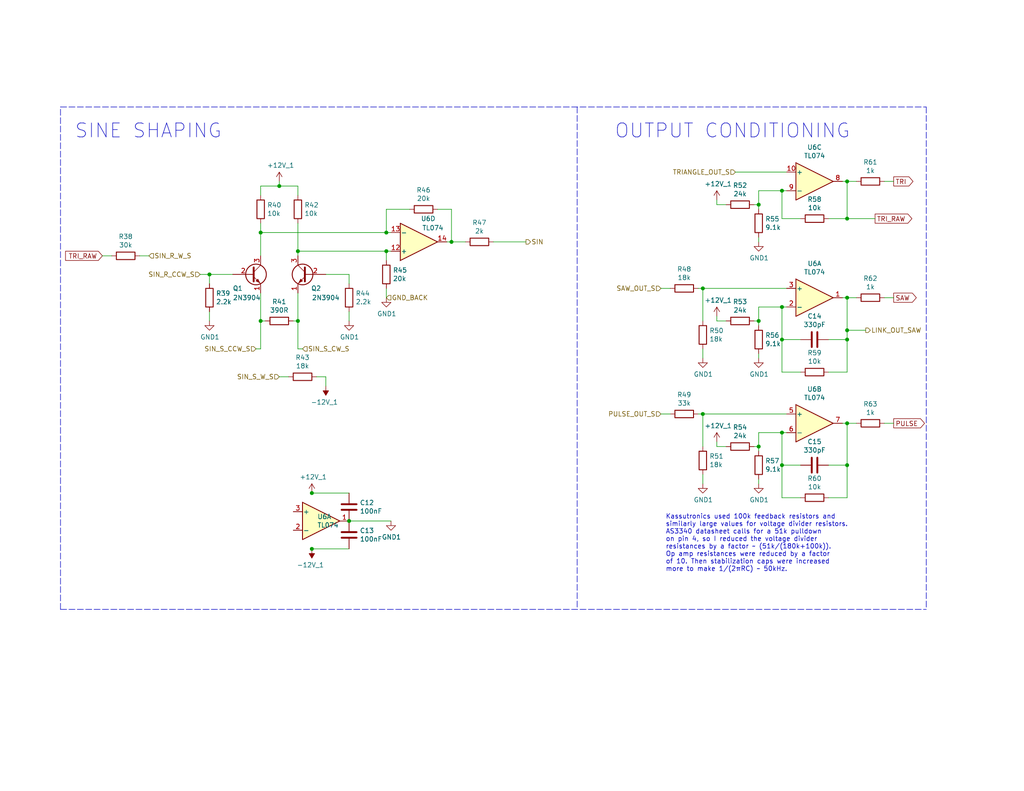
<source format=kicad_sch>
(kicad_sch (version 20211123) (generator eeschema)
  (paper "USLetter")
  (title_block (title "Hero VCO") (date "2021-11-16") (company "Rich Holmes / Analog Output") (comment 1 "or neighboring rights to this work. Published from United States.") (comment 2 "To the extent possible under law, Richard Holmes has waived all copyright and related ") (comment 3 "Based mainly on Kassutronics VCO 3340"))
  (lib_symbols
    (symbol "Amplifier_Operational:TL074" (pin_names (offset 0.127))
      (property "Reference" "U" (at 0 5.08 0))
      (property "Value" "TL074" (at 0 -5.08 0))
      (symbol "TL074_1_1"
        (polyline (pts (xy -5.08 5.08) (xy 5.08 0) (xy -5.08 -5.08) (xy -5.08 5.08)) (stroke (width 0.254)) (fill (type background)))
        (pin output line (at 7.62 0 180) (length 2.54) (name "~") (number "1"))
        (pin input line (at -7.62 -2.54 0) (length 2.54) (name "-") (number "2"))
        (pin input line (at -7.62 2.54 0) (length 2.54) (name "+") (number "3"))
      )
      (symbol "TL074_2_1"
        (polyline (pts (xy -5.08 5.08) (xy 5.08 0) (xy -5.08 -5.08) (xy -5.08 5.08)) (stroke (width 0.254)) (fill (type background)))
        (pin input line (at -7.62 2.54 0) (length 2.54) (name "+") (number "5"))
        (pin input line (at -7.62 -2.54 0) (length 2.54) (name "-") (number "6"))
        (pin output line (at 7.62 0 180) (length 2.54) (name "~") (number "7"))
      )
      (symbol "TL074_3_1"
        (polyline (pts (xy -5.08 5.08) (xy 5.08 0) (xy -5.08 -5.08) (xy -5.08 5.08)) (stroke (width 0.254)) (fill (type background)))
        (pin input line (at -7.62 2.54 0) (length 2.54) (name "+") (number "10"))
        (pin output line (at 7.62 0 180) (length 2.54) (name "~") (number "8"))
        (pin input line (at -7.62 -2.54 0) (length 2.54) (name "-") (number "9"))
      )
      (symbol "TL074_4_1"
        (polyline (pts (xy -5.08 5.08) (xy 5.08 0) (xy -5.08 -5.08) (xy -5.08 5.08)) (stroke (width 0.254)) (fill (type background)))
        (pin input line (at -7.62 2.54 0) (length 2.54) (name "+") (number "12"))
        (pin input line (at -7.62 -2.54 0) (length 2.54) (name "-") (number "13"))
        (pin output line (at 7.62 0 180) (length 2.54) (name "~") (number "14"))
      )
      (symbol "TL074_5_1"
        (pin power_in line (at -2.54 -7.62 90) (length 3.81) (name "V-") (number "11"))
        (pin power_in line (at -2.54 7.62 270) (length 3.81) (name "V+") (number "4"))
      )
    )
    (symbol "Device:R" (pin_numbers hide) (pin_names (offset 0))
      (property "Reference" "R" (at 2.032 0 90))
      (property "Value" "R" (at 0 0 90))
      (symbol "R_0_1"
        (rectangle (start -1.016 -2.54) (end 1.016 2.54) (stroke (width 0.254)))
      )
      (symbol "R_1_1"
        (pin passive line (at 0 3.81 270) (length 1.27) (name "~") (number "1"))
        (pin passive line (at 0 -3.81 90) (length 1.27) (name "~") (number "2"))
      )
    )
    (symbol "ao_symbols:+12V_1" (power) (pin_names (offset 0))
      (property "Value" "+12V_1" (at 0 3.556 0))
      (symbol "+12V_1_0_1"
        (polyline (pts (xy -0.762 1.27) (xy 0 2.54)))
        (polyline (pts (xy 0 0) (xy 0 2.54)))
        (polyline (pts (xy 0 2.54) (xy 0.762 1.27)))
      )
      (symbol "+12V_1_1_1"
        (pin power_in line (at 0 0 90) (length 0) hide (name "+12V_1") (number "1"))
      )
    )
    (symbol "ao_symbols:-12V_1" (power) (pin_names (offset 0))
      (property "Value" "-12V_1" (at 0 3.81 0))
      (symbol "-12V_1_0_0"
        (pin power_in line (at 0 0 90) (length 0) hide (name "-12V_1") (number "1"))
      )
      (symbol "-12V_1_0_1"
        (polyline (pts (xy 0 0) (xy 0 1.27) (xy 0.762 1.27) (xy 0 2.54) (xy -0.762 1.27) (xy 0 1.27)) (fill (type outline)))
      )
    )
    (symbol "ao_symbols:2N3904" (pin_names (offset 0) hide)
      (property "Reference" "Q" (at 5.08 1.905 0))
      (property "Value" "2N3904" (at 5.08 0 0))
      (symbol "2N3904_0_1"
        (polyline (pts (xy 0.635 0.635) (xy 2.54 2.54)))
        (polyline (pts (xy 0.635 -0.635) (xy 2.54 -2.54) (xy 2.54 -2.54)))
        (polyline (pts (xy 0.635 1.905) (xy 0.635 -1.905) (xy 0.635 -1.905)) (stroke (width 0.508)))
        (polyline (pts (xy 1.27 -1.778) (xy 1.778 -1.27) (xy 2.286 -2.286) (xy 1.27 -1.778) (xy 1.27 -1.778)) (fill (type outline)))
        (circle (center 1.27 0) (radius 2.8194) (stroke (width 0.254)))
      )
      (symbol "2N3904_1_1"
        (pin passive line (at 2.54 -5.08 90) (length 2.54) (name "E") (number "1"))
        (pin passive line (at -5.08 0 0) (length 5.715) (name "B") (number "2"))
        (pin passive line (at 2.54 5.08 270) (length 2.54) (name "C") (number "3"))
      )
    )
    (symbol "ao_symbols:C" (pin_numbers hide) (pin_names (offset 0.254))
      (property "Reference" "C" (at 0.635 2.54 0))
      (property "Value" "C" (at 0.635 -2.54 0))
      (symbol "C_0_1"
        (polyline (pts (xy -2.032 -0.762) (xy 2.032 -0.762)) (stroke (width 0.508)))
        (polyline (pts (xy -2.032 0.762) (xy 2.032 0.762)) (stroke (width 0.508)))
      )
      (symbol "C_1_1"
        (pin passive line (at 0 3.81 270) (length 2.794) (name "~") (number "1"))
        (pin passive line (at 0 -3.81 90) (length 2.794) (name "~") (number "2"))
      )
    )
    (symbol "ao_symbols:R" (pin_numbers hide) (pin_names (offset 0))
      (property "Reference" "R" (at 2.032 0 90))
      (property "Value" "R" (at 0 0 90))
      (symbol "R_0_1"
        (rectangle (start -1.016 -2.54) (end 1.016 2.54) (stroke (width 0.254)))
      )
      (symbol "R_1_1"
        (pin passive line (at 0 3.81 270) (length 1.27) (name "~") (number "1"))
        (pin passive line (at 0 -3.81 90) (length 1.27) (name "~") (number "2"))
      )
    )
    (symbol "power:GND1" (power) (pin_names (offset 0))
      (property "Value" "GND1" (at 0 -3.81 0))
      (symbol "GND1_0_1"
        (polyline (pts (xy 0 0) (xy 0 -1.27) (xy 1.27 -1.27) (xy 0 -2.54) (xy -1.27 -1.27) (xy 0 -1.27)))
      )
      (symbol "GND1_1_1"
        (pin power_in line (at 0 0 270) (length 0) hide (name "GND1") (number "1"))
      )
    )
  )
  (junction (at 213.36 92.71))
  (junction (at 213.36 118.11))
  (junction (at 231.14 115.57))
  (junction (at 231.14 90.17))
  (junction (at 81.28 87.63))
  (junction (at 231.14 127))
  (junction (at 231.14 49.53))
  (junction (at 191.77 113.03))
  (junction (at 207.01 121.92))
  (junction (at 213.36 127))
  (junction (at 85.09 149.86))
  (junction (at 57.15 74.93))
  (junction (at 71.12 63.5))
  (junction (at 81.28 68.58))
  (junction (at 231.14 92.71))
  (junction (at 105.41 68.58))
  (junction (at 231.14 59.69))
  (junction (at 213.36 52.07))
  (junction (at 207.01 55.88))
  (junction (at 231.14 81.28))
  (junction (at 85.09 134.62))
  (junction (at 207.01 87.63))
  (junction (at 191.77 78.74))
  (junction (at 71.12 87.63))
  (junction (at 76.2 50.8))
  (junction (at 213.36 83.82))
  (junction (at 95.25 142.24))
  (junction (at 105.41 63.5))
  (junction (at 123.19 66.04))
  (wire (pts (xy 231.14 49.53) (xy 229.87 49.53)))
  (wire (pts (xy 207.01 83.82) (xy 213.36 83.82)))
  (wire (pts (xy 213.36 135.89) (xy 213.36 127)))
  (wire (pts (xy 191.77 121.92) (xy 191.77 113.03)))
  (wire (pts (xy 207.01 64.77) (xy 207.01 66.04)))
  (wire (pts (xy 106.68 142.24) (xy 95.25 142.24)))
  (wire (pts (xy 213.36 118.11) (xy 214.63 118.11)))
  (wire (pts (xy 119.38 57.15) (xy 123.19 57.15)))
  (wire (pts (xy 205.74 121.92) (xy 207.01 121.92)))
  (wire (pts (xy 229.87 81.28) (xy 231.14 81.28)))
  (wire (pts (xy 123.19 57.15) (xy 123.19 66.04)))
  (wire (pts (xy 190.5 78.74) (xy 191.77 78.74)))
  (wire (pts (xy 105.41 78.74) (xy 105.41 81.28)))
  (wire (pts (xy 54.61 74.93) (xy 57.15 74.93)))
  (wire (pts (xy 213.36 101.6) (xy 213.36 92.71)))
  (polyline (pts (xy 157.48 29.21) (xy 157.48 166.37)))
  (wire (pts (xy 213.36 59.69) (xy 218.44 59.69)))
  (wire (pts (xy 123.19 66.04) (xy 121.92 66.04)))
  (wire (pts (xy 88.9 74.93) (xy 95.25 74.93)))
  (polyline (pts (xy 252.73 29.21) (xy 252.73 166.37)))
  (wire (pts (xy 231.14 81.28) (xy 231.14 90.17)))
  (wire (pts (xy 207.01 57.15) (xy 207.01 55.88)))
  (wire (pts (xy 231.14 127) (xy 231.14 135.89)))
  (wire (pts (xy 71.12 63.5) (xy 71.12 60.96)))
  (wire (pts (xy 81.28 69.85) (xy 81.28 68.58)))
  (wire (pts (xy 191.77 132.08) (xy 191.77 129.54)))
  (wire (pts (xy 82.55 95.25) (xy 81.28 95.25)))
  (wire (pts (xy 71.12 69.85) (xy 71.12 63.5)))
  (wire (pts (xy 231.14 115.57) (xy 231.14 127)))
  (wire (pts (xy 231.14 90.17) (xy 236.22 90.17)))
  (wire (pts (xy 95.25 74.93) (xy 95.25 77.47)))
  (wire (pts (xy 231.14 90.17) (xy 231.14 92.71)))
  (wire (pts (xy 57.15 74.93) (xy 57.15 77.47)))
  (wire (pts (xy 218.44 92.71) (xy 213.36 92.71)))
  (wire (pts (xy 226.06 127) (xy 231.14 127)))
  (wire (pts (xy 71.12 63.5) (xy 105.41 63.5)))
  (wire (pts (xy 191.77 87.63) (xy 191.77 78.74)))
  (wire (pts (xy 207.01 55.88) (xy 207.01 52.07)))
  (polyline (pts (xy 16.51 166.37) (xy 252.73 166.37)))
  (wire (pts (xy 213.36 83.82) (xy 214.63 83.82)))
  (wire (pts (xy 231.14 115.57) (xy 229.87 115.57)))
  (wire (pts (xy 195.58 54.61) (xy 195.58 55.88)))
  (wire (pts (xy 231.14 92.71) (xy 231.14 101.6)))
  (wire (pts (xy 195.58 55.88) (xy 198.12 55.88)))
  (wire (pts (xy 195.58 120.65) (xy 195.58 121.92)))
  (wire (pts (xy 86.36 102.87) (xy 88.9 102.87)))
  (wire (pts (xy 69.85 95.25) (xy 71.12 95.25)))
  (wire (pts (xy 218.44 101.6) (xy 213.36 101.6)))
  (wire (pts (xy 57.15 85.09) (xy 57.15 87.63)))
  (wire (pts (xy 207.01 87.63) (xy 207.01 83.82)))
  (wire (pts (xy 231.14 59.69) (xy 231.14 49.53)))
  (wire (pts (xy 72.39 87.63) (xy 71.12 87.63)))
  (wire (pts (xy 111.76 57.15) (xy 105.41 57.15)))
  (wire (pts (xy 195.58 87.63) (xy 198.12 87.63)))
  (wire (pts (xy 180.34 78.74) (xy 182.88 78.74)))
  (wire (pts (xy 195.58 121.92) (xy 198.12 121.92)))
  (wire (pts (xy 81.28 53.34) (xy 81.28 50.8)))
  (wire (pts (xy 71.12 87.63) (xy 71.12 95.25)))
  (wire (pts (xy 207.01 130.81) (xy 207.01 132.08)))
  (wire (pts (xy 231.14 81.28) (xy 233.68 81.28)))
  (wire (pts (xy 134.62 66.04) (xy 143.51 66.04)))
  (wire (pts (xy 80.01 87.63) (xy 81.28 87.63)))
  (wire (pts (xy 207.01 121.92) (xy 207.01 118.11)))
  (wire (pts (xy 191.77 78.74) (xy 214.63 78.74)))
  (wire (pts (xy 207.01 52.07) (xy 213.36 52.07)))
  (wire (pts (xy 27.94 69.85) (xy 30.48 69.85)))
  (wire (pts (xy 207.01 118.11) (xy 213.36 118.11)))
  (wire (pts (xy 81.28 87.63) (xy 81.28 95.25)))
  (wire (pts (xy 190.5 113.03) (xy 191.77 113.03)))
  (wire (pts (xy 105.41 68.58) (xy 106.68 68.58)))
  (wire (pts (xy 85.09 134.62) (xy 95.25 134.62)))
  (wire (pts (xy 226.06 59.69) (xy 231.14 59.69)))
  (wire (pts (xy 205.74 87.63) (xy 207.01 87.63)))
  (wire (pts (xy 71.12 80.01) (xy 71.12 87.63)))
  (wire (pts (xy 231.14 135.89) (xy 226.06 135.89)))
  (wire (pts (xy 105.41 71.12) (xy 105.41 68.58)))
  (wire (pts (xy 226.06 92.71) (xy 231.14 92.71)))
  (wire (pts (xy 76.2 49.53) (xy 76.2 50.8)))
  (polyline (pts (xy 16.51 166.37) (xy 16.51 29.21)))
  (wire (pts (xy 81.28 50.8) (xy 76.2 50.8)))
  (wire (pts (xy 238.76 59.69) (xy 231.14 59.69)))
  (polyline (pts (xy 16.51 29.21) (xy 252.73 29.21)))
  (wire (pts (xy 241.3 49.53) (xy 243.84 49.53)))
  (wire (pts (xy 191.77 113.03) (xy 214.63 113.03)))
  (wire (pts (xy 57.15 74.93) (xy 63.5 74.93)))
  (wire (pts (xy 205.74 55.88) (xy 207.01 55.88)))
  (wire (pts (xy 95.25 85.09) (xy 95.25 87.63)))
  (wire (pts (xy 123.19 66.04) (xy 127 66.04)))
  (wire (pts (xy 81.28 80.01) (xy 81.28 87.63)))
  (wire (pts (xy 78.74 102.87) (xy 76.2 102.87)))
  (wire (pts (xy 180.34 113.03) (xy 182.88 113.03)))
  (wire (pts (xy 213.36 127) (xy 213.36 118.11)))
  (wire (pts (xy 243.84 115.57) (xy 241.3 115.57)))
  (wire (pts (xy 200.66 46.99) (xy 214.63 46.99)))
  (wire (pts (xy 71.12 50.8) (xy 76.2 50.8)))
  (wire (pts (xy 207.01 88.9) (xy 207.01 87.63)))
  (wire (pts (xy 213.36 92.71) (xy 213.36 83.82)))
  (wire (pts (xy 207.01 96.52) (xy 207.01 97.79)))
  (wire (pts (xy 81.28 68.58) (xy 105.41 68.58)))
  (wire (pts (xy 243.84 81.28) (xy 241.3 81.28)))
  (wire (pts (xy 214.63 52.07) (xy 213.36 52.07)))
  (wire (pts (xy 231.14 49.53) (xy 233.68 49.53)))
  (wire (pts (xy 71.12 53.34) (xy 71.12 50.8)))
  (wire (pts (xy 81.28 68.58) (xy 81.28 60.96)))
  (wire (pts (xy 105.41 63.5) (xy 106.68 63.5)))
  (wire (pts (xy 218.44 135.89) (xy 213.36 135.89)))
  (wire (pts (xy 207.01 123.19) (xy 207.01 121.92)))
  (wire (pts (xy 231.14 101.6) (xy 226.06 101.6)))
  (wire (pts (xy 85.09 149.86) (xy 95.25 149.86)))
  (wire (pts (xy 105.41 57.15) (xy 105.41 63.5)))
  (wire (pts (xy 233.68 115.57) (xy 231.14 115.57)))
  (wire (pts (xy 218.44 127) (xy 213.36 127)))
  (wire (pts (xy 195.58 86.36) (xy 195.58 87.63)))
  (wire (pts (xy 191.77 97.79) (xy 191.77 95.25)))
  (wire (pts (xy 88.9 102.87) (xy 88.9 105.41)))
  (wire (pts (xy 213.36 52.07) (xy 213.36 59.69)))
  (wire (pts (xy 38.1 69.85) (xy 40.64 69.85)))
  (text "OUTPUT CONDITIONING" (at 167.64 38.1 0) (effects (font (size 3.81 3.81)) (justify left bottom)))
  (text "Kassutronics used 100k feedback resistors and\nsimilarly large values for voltage divider resistors. \nAS3340 datasheet calls for a 51k pulldown \non pin 4, so I reduced the voltage divider \nresistances by a factor ~ (51k/(180k+100k)). \nOp amp resistances were reduced by a factor \nof 10. Then stabilization caps were increased \nmore to make 1/(2πRC) ~ 50kHz." (at 181.61 156.21 0) (effects (font (size 1.27 1.27)) (justify left bottom)))
  (text "SINE SHAPING" (at 20.32 38.1 0) (effects (font (size 3.81 3.81)) (justify left bottom)))
  (global_label "TRI_RAW" (shape input) (at 27.94 69.85 180) (property "Intersheet References" "${INTERSHEET_REFS}" (effects hide)))
  (global_label "TRI" (shape output) (at 243.84 49.53 0) (property "Intersheet References" "${INTERSHEET_REFS}" (effects hide)))
  (global_label "PULSE" (shape output) (at 243.84 115.57 0) (property "Intersheet References" "${INTERSHEET_REFS}" (effects hide)))
  (global_label "TRI_RAW" (shape output) (at 238.76 59.69 0) (property "Intersheet References" "${INTERSHEET_REFS}" (effects hide)))
  (global_label "SAW" (shape output) (at 243.84 81.28 0) (property "Intersheet References" "${INTERSHEET_REFS}" (effects hide)))
  (hierarchical_label "SIN_S_CW_S" (shape input) (at 82.55 95.25 0))
  (hierarchical_label "SIN_S_W_S" (shape input) (at 76.2 102.87 180))
  (hierarchical_label "SIN_S_CCW_S" (shape input) (at 69.85 95.25 180))
  (hierarchical_label "SIN" (shape output) (at 143.51 66.04 0))
  (hierarchical_label "LINK_OUT_SAW" (shape output) (at 236.22 90.17 0))
  (hierarchical_label "GND_BACK" (shape input) (at 105.41 81.28 0))
  (hierarchical_label "SIN_R_CCW_S" (shape input) (at 54.61 74.93 180))
  (hierarchical_label "SAW_OUT_S" (shape input) (at 180.34 78.74 180))
  (hierarchical_label "SIN_R_W_S" (shape input) (at 40.64 69.85 0))
  (hierarchical_label "TRIANGLE_OUT_S" (shape input) (at 200.66 46.99 180))
  (hierarchical_label "PULSE_OUT_S" (shape input) (at 180.34 113.03 180))
  (symbol (lib_id "Amplifier_Operational:TL074") (at 87.63 142.24 0)
    (property "Reference" "U6" (at 86.5632 141.0716 0) (effects (justify left)))
    (property "Value" "TL074" (at 86.5632 143.383 0) (effects (justify left)))
    (property "Footprint" "ao_tht:DIP-14_W7.62mm_Socket_LongPads" (effects hide))
    (property "Datasheet" "http://www.ti.com/lit/ds/symlink/tl071.pdf" (effects hide))
  )
  (symbol (lib_id "ao_symbols:R") (at 34.29 69.85 270) (unit 1)
    (property "Reference" "R38" (at 34.29 64.5922 90))
    (property "Value" "30k" (at 34.29 66.9036 90))
    (property "Footprint" "ao_tht:R_Axial_DIN0207_L6.3mm_D2.5mm_P10.16mm_Horizontal" (effects hide))
    (property "Vendor" "Tayda" (effects hide))
  )
  (symbol (lib_id "ao_symbols:R") (at 57.15 81.28 0) (unit 1)
    (property "Reference" "R39" (at 58.928 80.1116 0) (effects (justify left)))
    (property "Value" "2.2k" (at 58.928 82.423 0) (effects (justify left)))
    (property "Footprint" "ao_tht:R_Axial_DIN0207_L6.3mm_D2.5mm_P10.16mm_Horizontal" (effects hide))
    (property "Vendor" "Tayda" (effects hide))
  )
  (symbol (lib_id "ao_symbols:C") (at 95.25 138.43 0)
    (property "Reference" "C12" (at 98.171 137.2616 0) (effects (justify left)))
    (property "Value" "100nF" (at 98.171 139.573 0) (effects (justify left)))
    (property "Footprint" "ao_tht:C_Disc_D3.0mm_W1.6mm_P2.50mm" (effects hide))
    (property "Vendor" "Tayda" (effects hide))
  )
  (symbol (lib_id "ao_symbols:C") (at 95.25 146.05 0)
    (property "Reference" "C13" (at 98.171 144.8816 0) (effects (justify left)))
    (property "Value" "100nF" (at 98.171 147.193 0) (effects (justify left)))
    (property "Footprint" "ao_tht:C_Disc_D3.0mm_W1.6mm_P2.50mm" (effects hide))
    (property "Vendor" "Tayda" (effects hide))
  )
  (symbol (lib_id "ao_symbols:2N3904") (at 68.58 74.93 0) (unit 1)
    (property "Reference" "Q1" (at 63.5 78.74 0) (effects (justify left)))
    (property "Value" "2N3904" (at 85.09 81.28 0) (effects (justify left)))
    (property "Footprint" "ao_tht:TO-92_Inline_Wide" (effects hide))
    (property "Vendor" "Tayda" (effects hide))
    (property "SKU" "A-111" (effects hide))
  )
  (symbol (lib_id "ao_symbols:R") (at 76.2 87.63 270) (unit 1)
    (property "Reference" "R41" (at 76.2 82.3722 90))
    (property "Value" "390R" (at 76.2 84.6836 90))
    (property "Footprint" "ao_tht:R_Axial_DIN0207_L6.3mm_D2.5mm_P10.16mm_Horizontal" (effects hide))
    (property "Vendor" "Tayda" (effects hide))
  )
  (symbol (lib_id "ao_symbols:R") (at 82.55 102.87 270) (unit 1)
    (property "Reference" "R43" (at 82.55 97.6122 90))
    (property "Value" "18k" (at 82.55 99.9236 90))
    (property "Footprint" "ao_tht:R_Axial_DIN0207_L6.3mm_D2.5mm_P10.16mm_Horizontal" (effects hide))
    (property "Vendor" "Tayda" (effects hide))
  )
  (symbol (lib_id "ao_symbols:R") (at 71.12 57.15 0) (mirror y) (unit 1)
    (property "Reference" "R40" (at 72.898 55.9816 0) (effects (justify right)))
    (property "Value" "10k" (at 72.898 58.293 0) (effects (justify right)))
    (property "Footprint" "ao_tht:R_Axial_DIN0207_L6.3mm_D2.5mm_P10.16mm_Horizontal" (effects hide))
    (property "Vendor" "Tayda" (effects hide))
  )
  (symbol (lib_id "ao_symbols:2N3904") (at 83.82 74.93 0) (mirror y) (unit 1)
    (property "Reference" "Q2" (at 87.63 78.74 0) (effects (justify left)))
    (property "Value" "2N3904" (at 71.12 81.28 0) (effects (justify left)))
    (property "Footprint" "ao_tht:TO-92_Inline_Wide" (effects hide))
    (property "Vendor" "Tayda" (effects hide))
    (property "SKU" "A-111" (effects hide))
  )
  (symbol (lib_id "ao_symbols:R") (at 81.28 57.15 0) (unit 1)
    (property "Reference" "R42" (at 83.058 55.9816 0) (effects (justify left)))
    (property "Value" "10k" (at 83.058 58.293 0) (effects (justify left)))
    (property "Footprint" "ao_tht:R_Axial_DIN0207_L6.3mm_D2.5mm_P10.16mm_Horizontal" (effects hide))
    (property "Vendor" "Tayda" (effects hide))
  )
  (symbol (lib_id "ao_symbols:R") (at 95.25 81.28 0) (unit 1)
    (property "Reference" "R44" (at 97.028 80.1116 0) (effects (justify left)))
    (property "Value" "2.2k" (at 97.028 82.423 0) (effects (justify left)))
    (property "Footprint" "ao_tht:R_Axial_DIN0207_L6.3mm_D2.5mm_P10.16mm_Horizontal" (effects hide))
    (property "Vendor" "Tayda" (effects hide))
  )
  (symbol (lib_id "ao_symbols:R") (at 115.57 57.15 270) (unit 1)
    (property "Reference" "R46" (at 115.57 51.8922 90))
    (property "Value" "20k" (at 115.57 54.2036 90))
    (property "Footprint" "ao_tht:R_Axial_DIN0207_L6.3mm_D2.5mm_P10.16mm_Horizontal" (effects hide))
    (property "Vendor" "Tayda" (effects hide))
  )
  (symbol (lib_id "ao_symbols:R") (at 105.41 74.93 0) (unit 1)
    (property "Reference" "R45" (at 107.188 73.7616 0) (effects (justify left)))
    (property "Value" "20k" (at 107.188 76.073 0) (effects (justify left)))
    (property "Footprint" "ao_tht:R_Axial_DIN0207_L6.3mm_D2.5mm_P10.16mm_Horizontal" (effects hide))
    (property "Vendor" "Tayda" (effects hide))
  )
  (symbol (lib_id "power:GND1") (at 106.68 142.24 0) (unit 1)
    (property "Reference" "#PWR049" (effects hide))
    (property "Value" "GND1" (at 106.807 146.6342 0))
  )
  (symbol (lib_id "power:GND1") (at 207.01 66.04 0) (unit 1)
    (property "Reference" "#PWR055" (effects hide))
    (property "Value" "GND1" (at 207.137 70.4342 0))
  )
  (symbol (lib_id "power:GND1") (at 191.77 97.79 0) (unit 1)
    (property "Reference" "#PWR050" (effects hide))
    (property "Value" "GND1" (at 191.897 102.1842 0))
  )
  (symbol (lib_id "power:GND1") (at 207.01 97.79 0) (unit 1)
    (property "Reference" "#PWR056" (effects hide))
    (property "Value" "GND1" (at 207.137 102.1842 0))
  )
  (symbol (lib_id "power:GND1") (at 191.77 132.08 0) (unit 1)
    (property "Reference" "#PWR051" (effects hide))
    (property "Value" "GND1" (at 191.897 136.4742 0))
  )
  (symbol (lib_id "power:GND1") (at 207.01 132.08 0) (unit 1)
    (property "Reference" "#PWR057" (effects hide))
    (property "Value" "GND1" (at 207.137 136.4742 0))
  )
  (symbol (lib_id "ao_symbols:R") (at 207.01 92.71 0) (unit 1)
    (property "Reference" "R56" (at 208.788 91.5416 0) (effects (justify left)))
    (property "Value" "9.1k" (at 208.788 93.853 0) (effects (justify left)))
    (property "Footprint" "ao_tht:R_Axial_DIN0207_L6.3mm_D2.5mm_P10.16mm_Horizontal" (effects hide))
    (property "Vendor" "Tayda" (effects hide))
  )
  (symbol (lib_id "ao_symbols:R") (at 207.01 127 0) (unit 1)
    (property "Reference" "R57" (at 208.788 125.8316 0) (effects (justify left)))
    (property "Value" "9.1k" (at 208.788 128.143 0) (effects (justify left)))
    (property "Footprint" "ao_tht:R_Axial_DIN0207_L6.3mm_D2.5mm_P10.16mm_Horizontal" (effects hide))
    (property "Vendor" "Tayda" (effects hide))
  )
  (symbol (lib_id "ao_symbols:R") (at 222.25 101.6 270) (unit 1)
    (property "Reference" "R59" (at 222.25 96.3422 90))
    (property "Value" "10k" (at 222.25 98.6536 90))
    (property "Footprint" "ao_tht:R_Axial_DIN0207_L6.3mm_D2.5mm_P10.16mm_Horizontal" (effects hide))
    (property "Vendor" "Tayda" (effects hide))
  )
  (symbol (lib_id "ao_symbols:R") (at 222.25 135.89 270) (unit 1)
    (property "Reference" "R60" (at 222.25 130.6322 90))
    (property "Value" "10k" (at 222.25 132.9436 90))
    (property "Footprint" "ao_tht:R_Axial_DIN0207_L6.3mm_D2.5mm_P10.16mm_Horizontal" (effects hide))
    (property "Vendor" "Tayda" (effects hide))
  )
  (symbol (lib_id "ao_symbols:R") (at 237.49 81.28 270) (unit 1)
    (property "Reference" "R62" (at 237.49 76.0222 90))
    (property "Value" "1k" (at 237.49 78.3336 90))
    (property "Footprint" "ao_tht:R_Axial_DIN0207_L6.3mm_D2.5mm_P10.16mm_Horizontal" (effects hide))
    (property "Vendor" "Tayda" (effects hide))
  )
  (symbol (lib_id "ao_symbols:R") (at 237.49 115.57 270) (unit 1)
    (property "Reference" "R63" (at 237.49 110.3122 90))
    (property "Value" "1k" (at 237.49 112.6236 90))
    (property "Footprint" "ao_tht:R_Axial_DIN0207_L6.3mm_D2.5mm_P10.16mm_Horizontal" (effects hide))
    (property "Vendor" "Tayda" (effects hide))
  )
  (symbol (lib_id "ao_symbols:+12V_1") (at 195.58 54.61 0) (unit 1)
    (property "Reference" "#PWR052" (effects hide))
    (property "Value" "+12V_1" (at 195.961 50.2158 0))
  )
  (symbol (lib_id "ao_symbols:+12V_1") (at 76.2 49.53 0) (unit 1)
    (property "Reference" "#PWR043" (effects hide))
    (property "Value" "+12V_1" (at 76.581 45.1358 0))
  )
  (symbol (lib_id "ao_symbols:+12V_1") (at 85.09 134.62 0) (unit 1)
    (property "Reference" "#PWR044" (effects hide))
    (property "Value" "+12V_1" (at 85.471 130.2258 0))
  )
  (symbol (lib_id "ao_symbols:+12V_1") (at 195.58 86.36 0) (unit 1)
    (property "Reference" "#PWR053" (effects hide))
    (property "Value" "+12V_1" (at 195.961 81.9658 0))
  )
  (symbol (lib_id "ao_symbols:+12V_1") (at 195.58 120.65 0) (unit 1)
    (property "Reference" "#PWR054" (effects hide))
    (property "Value" "+12V_1" (at 195.961 116.2558 0))
  )
  (symbol (lib_id "power:GND1") (at 105.41 81.28 0) (unit 1)
    (property "Reference" "#PWR048" (effects hide))
    (property "Value" "GND1" (at 105.537 85.6742 0))
  )
  (symbol (lib_id "power:GND1") (at 95.25 87.63 0) (unit 1)
    (property "Reference" "#PWR047" (effects hide))
    (property "Value" "GND1" (at 95.377 92.0242 0))
  )
  (symbol (lib_id "power:GND1") (at 57.15 87.63 0) (unit 1)
    (property "Reference" "#PWR042" (effects hide))
    (property "Value" "GND1" (at 57.277 92.0242 0))
  )
  (symbol (lib_id "ao_symbols:-12V_1") (at 85.09 149.86 180) (unit 1)
    (property "Reference" "#PWR045" (effects hide))
    (property "Value" "-12V_1" (at 84.709 154.2542 0))
  )
  (symbol (lib_id "ao_symbols:-12V_1") (at 88.9 105.41 180) (unit 1)
    (property "Reference" "#PWR046" (effects hide))
    (property "Value" "-12V_1" (at 88.519 109.8042 0))
  )
  (symbol (lib_id "Amplifier_Operational:TL074") (at 222.25 115.57 0) (unit 2)
    (property "Reference" "U6" (at 222.25 106.2482 0))
    (property "Value" "TL074" (at 222.25 108.5596 0))
    (property "Footprint" "ao_tht:DIP-14_W7.62mm_Socket_LongPads" (effects hide))
    (property "Datasheet" "http://www.ti.com/lit/ds/symlink/tl071.pdf" (effects hide))
  )
  (symbol (lib_id "Amplifier_Operational:TL074") (at 222.25 49.53 0) (unit 3)
    (property "Reference" "U6" (at 222.25 40.2082 0))
    (property "Value" "TL074" (at 222.25 42.5196 0))
    (property "Footprint" "ao_tht:DIP-14_W7.62mm_Socket_LongPads" (effects hide))
    (property "Datasheet" "http://www.ti.com/lit/ds/symlink/tl071.pdf" (effects hide))
  )
  (symbol (lib_id "Amplifier_Operational:TL074") (at 222.25 81.28 0) (unit 1)
    (property "Reference" "U6" (at 222.25 71.9582 0))
    (property "Value" "TL074" (at 222.25 74.2696 0))
    (property "Footprint" "ao_tht:DIP-14_W7.62mm_Socket_LongPads" (effects hide))
    (property "Datasheet" "http://www.ti.com/lit/ds/symlink/tl071.pdf" (effects hide))
  )
  (symbol (lib_id "ao_symbols:R") (at 201.93 55.88 270) (unit 1)
    (property "Reference" "R52" (at 201.93 50.6222 90))
    (property "Value" "24k" (at 201.93 52.9336 90))
    (property "Footprint" "ao_tht:R_Axial_DIN0207_L6.3mm_D2.5mm_P10.16mm_Horizontal" (effects hide))
    (property "Vendor" "Tayda" (effects hide))
  )
  (symbol (lib_id "ao_symbols:R") (at 222.25 59.69 270) (unit 1)
    (property "Reference" "R58" (at 222.25 54.4322 90))
    (property "Value" "10k" (at 222.25 56.7436 90))
    (property "Footprint" "ao_tht:R_Axial_DIN0207_L6.3mm_D2.5mm_P10.16mm_Horizontal" (effects hide))
    (property "Vendor" "Tayda" (effects hide))
  )
  (symbol (lib_id "ao_symbols:R") (at 237.49 49.53 270) (unit 1)
    (property "Reference" "R61" (at 237.49 44.2722 90))
    (property "Value" "1k" (at 237.49 46.5836 90))
    (property "Footprint" "ao_tht:R_Axial_DIN0207_L6.3mm_D2.5mm_P10.16mm_Horizontal" (effects hide))
    (property "Vendor" "Tayda" (effects hide))
  )
  (symbol (lib_id "ao_symbols:R") (at 186.69 78.74 270) (unit 1)
    (property "Reference" "R48" (at 186.69 73.4822 90))
    (property "Value" "18k" (at 186.69 75.7936 90))
    (property "Footprint" "ao_tht:R_Axial_DIN0207_L6.3mm_D2.5mm_P10.16mm_Horizontal" (effects hide))
    (property "Vendor" "Tayda" (effects hide))
  )
  (symbol (lib_id "ao_symbols:C") (at 222.25 92.71 270) (unit 1)
    (property "Reference" "C14" (at 222.25 86.3092 90))
    (property "Value" "330pF" (at 222.25 88.6206 90))
    (property "Footprint" "ao_tht:C_Disc_D3.0mm_W1.6mm_P2.50mm" (effects hide))
    (property "Vendor" "Tayda" (effects hide))
  )
  (symbol (lib_id "ao_symbols:R") (at 207.01 60.96 0) (unit 1)
    (property "Reference" "R55" (at 208.788 59.7916 0) (effects (justify left)))
    (property "Value" "9.1k" (at 208.788 62.103 0) (effects (justify left)))
    (property "Footprint" "ao_tht:R_Axial_DIN0207_L6.3mm_D2.5mm_P10.16mm_Horizontal" (effects hide))
    (property "Vendor" "Tayda" (effects hide))
  )
  (symbol (lib_id "Device:R") (at 201.93 87.63 270) (unit 1)
    (property "Reference" "R53" (at 201.93 82.3722 90))
    (property "Value" "24k" (at 201.93 84.6836 90))
    (property "Footprint" "ao_tht:R_Axial_DIN0207_L6.3mm_D2.5mm_P10.16mm_Horizontal" (effects hide))
  )
  (symbol (lib_id "ao_symbols:R") (at 186.69 113.03 270) (unit 1)
    (property "Reference" "R49" (at 186.69 107.7722 90))
    (property "Value" "33k" (at 186.69 110.0836 90))
    (property "Footprint" "ao_tht:R_Axial_DIN0207_L6.3mm_D2.5mm_P10.16mm_Horizontal" (effects hide))
    (property "Vendor" "Tayda" (effects hide))
  )
  (symbol (lib_id "Device:R") (at 201.93 121.92 270) (unit 1)
    (property "Reference" "R54" (at 201.93 116.6622 90))
    (property "Value" "24k" (at 201.93 118.9736 90))
    (property "Footprint" "ao_tht:R_Axial_DIN0207_L6.3mm_D2.5mm_P10.16mm_Horizontal" (effects hide))
  )
  (symbol (lib_id "ao_symbols:C") (at 222.25 127 270) (unit 1)
    (property "Reference" "C15" (at 222.25 120.5992 90))
    (property "Value" "330pF" (at 222.25 122.9106 90))
    (property "Footprint" "ao_tht:C_Disc_D3.0mm_W1.6mm_P2.50mm" (effects hide))
    (property "Vendor" "Tayda" (effects hide))
  )
  (symbol (lib_id "ao_symbols:R") (at 191.77 91.44 0) (unit 1)
    (property "Reference" "R50" (at 193.548 90.2716 0) (effects (justify left)))
    (property "Value" "18k" (at 193.548 92.583 0) (effects (justify left)))
    (property "Footprint" "ao_tht:R_Axial_DIN0207_L6.3mm_D2.5mm_P10.16mm_Horizontal" (effects hide))
    (property "Vendor" "Tayda" (effects hide))
  )
  (symbol (lib_id "ao_symbols:R") (at 191.77 125.73 0) (unit 1)
    (property "Reference" "R51" (at 193.548 124.5616 0) (effects (justify left)))
    (property "Value" "18k" (at 193.548 126.873 0) (effects (justify left)))
    (property "Footprint" "ao_tht:R_Axial_DIN0207_L6.3mm_D2.5mm_P10.16mm_Horizontal" (effects hide))
    (property "Vendor" "Tayda" (effects hide))
  )
  (symbol (lib_id "Amplifier_Operational:TL074") (at 114.3 66.04 0) (mirror x) (unit 4)
    (property "Reference" "U6" (at 116.84 59.69 0))
    (property "Value" "TL074" (at 118.11 62.23 0))
    (property "Footprint" "ao_tht:DIP-14_W7.62mm_Socket_LongPads" (effects hide))
    (property "Datasheet" "http://www.ti.com/lit/ds/symlink/tl071.pdf" (effects hide))
  )
  (symbol (lib_id "ao_symbols:R") (at 130.81 66.04 270) (unit 1)
    (property "Reference" "R47" (at 130.81 60.7822 90))
    (property "Value" "2k" (at 130.81 63.0936 90))
    (property "Footprint" "ao_tht:R_Axial_DIN0207_L6.3mm_D2.5mm_P10.16mm_Horizontal" (effects hide))
    (property "Vendor" "Tayda" (effects hide))
  )
)
</source>
